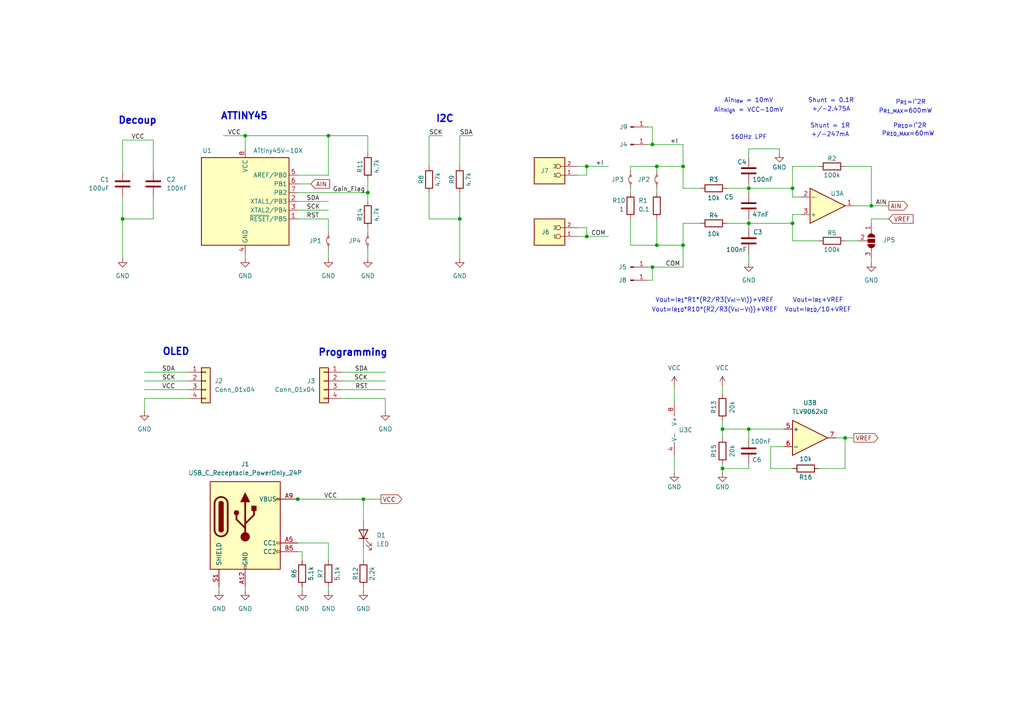
<source format=kicad_sch>
(kicad_sch (version 20231120) (generator "eeschema") (generator_version "8.0")
  (paper "A4")
  (lib_symbols
    (symbol "1990009:1990009" (pin_names (offset 1.016))
      (property "Reference" "J" (at -2.54 3.302 0))
      (property "Value" "1990009" (at -2.54 -7.62 0))
      (symbol "1990009_0_0"
        (rectangle (start -3.81 -5.08) (end 5.08 2.54) (stroke (width 0.254)) (fill (type background)))
        (circle (center -1.905 -2.54) (radius 0.635) (stroke (width 0.1524)))
        (circle (center -1.905 0) (radius 0.635) (stroke (width 0.1524)))
        (pin passive line (at -7.62 0 0) (length 5.08) (name "1") (number "1"))
        (pin passive line (at -7.62 -2.54 0) (length 5.08) (name "2") (number "2"))
      )
    )
    (symbol "Amplifier_Operational:TLV9062xD" (pin_names (offset 0.127))
      (property "Reference" "U" (at 2.54 6.35 0))
      (property "Value" "TLV9062xD" (at 2.54 3.81 0))
      (symbol "TLV9062xD_1_1"
        (polyline (pts (xy 5.08 0) (xy -5.08 5.08) (xy -5.08 -5.08) (xy 5.08 0)) (stroke (width 0.254)) (fill (type background)))
        (pin output line (at 7.62 0 180) (length 2.54) (name "~") (number "1"))
        (pin input line (at -7.62 -2.54 0) (length 2.54) (name "-") (number "2"))
        (pin input line (at -7.62 2.54 0) (length 2.54) (name "+") (number "3"))
      )
      (symbol "TLV9062xD_2_1"
        (polyline (pts (xy 5.08 0) (xy -5.08 5.08) (xy -5.08 -5.08) (xy 5.08 0)) (stroke (width 0.254)) (fill (type background)))
        (pin input line (at -7.62 2.54 0) (length 2.54) (name "+") (number "5"))
        (pin input line (at -7.62 -2.54 0) (length 2.54) (name "-") (number "6"))
        (pin output line (at 7.62 0 180) (length 2.54) (name "~") (number "7"))
      )
      (symbol "TLV9062xD_3_1"
        (pin power_in line (at 0 -7.62 90) (length 3.81) (name "V-") (number "4"))
        (pin power_in line (at 0 7.62 270) (length 3.81) (name "V+") (number "8"))
      )
    )
    (symbol "Connector:Conn_01x01_Pin" (pin_names (offset 1.016) hide)
      (property "Reference" "J" (at 0 2.54 0))
      (property "Value" "Conn_01x01_Pin" (at 0 -2.54 0))
      (symbol "Conn_01x01_Pin_1_1"
        (polyline (pts (xy 1.27 0) (xy 0.8636 0)) (stroke (width 0.1524)))
        (rectangle (start 0.8636 0.127) (end 0 -0.127) (stroke (width 0.1524)) (fill (type outline)))
        (pin passive line (at 5.08 0 180) (length 3.81) (name "Pin_1") (number "1"))
      )
    )
    (symbol "Connector:USB_C_Receptacle_PowerOnly_24P" (pin_names (offset 1.016))
      (property "Reference" "J" (at 0 16.51 0))
      (property "Value" "USB_C_Receptacle_PowerOnly_24P" (at 0 13.97 0))
      (symbol "USB_C_Receptacle_PowerOnly_24P_0_0"
        (rectangle (start -0.254 -12.7) (end 0.254 -11.684))
        (rectangle (start 10.16 -7.366) (end 9.144 -7.874))
        (rectangle (start 10.16 -4.826) (end 9.144 -5.334))
        (rectangle (start 10.16 7.874) (end 9.144 7.366))
      )
      (symbol "USB_C_Receptacle_PowerOnly_24P_0_1"
        (rectangle (start -10.16 12.7) (end 10.16 -12.7) (stroke (width 0.254)) (fill (type background)))
        (arc (start -8.89 -1.27) (mid -6.985 -3.1667) (end -5.08 -1.27) (stroke (width 0.508)))
        (arc (start -7.62 -1.27) (mid -6.985 -1.9023) (end -6.35 -1.27) (stroke (width 0.254)))
        (arc (start -7.62 -1.27) (mid -6.985 -1.9023) (end -6.35 -1.27) (stroke (width 0.254)) (fill (type outline)))
        (rectangle (start -7.62 -1.27) (end -6.35 6.35) (stroke (width 0.254)) (fill (type outline)))
        (arc (start -6.35 6.35) (mid -6.985 6.9823) (end -7.62 6.35) (stroke (width 0.254)))
        (arc (start -6.35 6.35) (mid -6.985 6.9823) (end -7.62 6.35) (stroke (width 0.254)) (fill (type outline)))
        (arc (start -5.08 6.35) (mid -6.985 8.2467) (end -8.89 6.35) (stroke (width 0.508)))
        (circle (center -2.54 3.683) (radius 0.635) (stroke (width 0.254)) (fill (type outline)))
        (circle (center 0 -3.302) (radius 1.27) (fill (type outline)))
        (polyline (pts (xy -8.89 -1.27) (xy -8.89 6.35)) (stroke (width 0.508)))
        (polyline (pts (xy -5.08 6.35) (xy -5.08 -1.27)) (stroke (width 0.508)))
        (polyline (pts (xy 0 -3.302) (xy 0 6.858)) (stroke (width 0.508)))
        (polyline (pts (xy 0 -0.762) (xy -2.54 1.778) (xy -2.54 3.048)) (stroke (width 0.508)))
        (polyline (pts (xy 0 0.508) (xy 2.54 3.048) (xy 2.54 4.318)) (stroke (width 0.508)))
        (polyline (pts (xy -1.27 6.858) (xy 0 9.398) (xy 1.27 6.858) (xy -1.27 6.858)) (stroke (width 0.254)) (fill (type outline)))
        (rectangle (start 1.905 4.318) (end 3.175 5.588) (stroke (width 0.254)) (fill (type outline)))
      )
      (symbol "USB_C_Receptacle_PowerOnly_24P_1_1"
        (pin passive line (at 0 -17.78 90) (length 5.08) hide (name "GND") (number "A1"))
        (pin power_in line (at 0 -17.78 90) (length 5.08) (name "GND") (number "A12"))
        (pin passive line (at 15.24 7.62 180) (length 5.08) hide (name "VBUS") (number "A4"))
        (pin bidirectional line (at 15.24 -5.08 180) (length 5.08) (name "CC1") (number "A5"))
        (pin power_in line (at 15.24 7.62 180) (length 5.08) (name "VBUS") (number "A9"))
        (pin passive line (at 0 -17.78 90) (length 5.08) hide (name "GND") (number "B1"))
        (pin passive line (at 0 -17.78 90) (length 5.08) hide (name "GND") (number "B12"))
        (pin passive line (at 15.24 7.62 180) (length 5.08) hide (name "VBUS") (number "B4"))
        (pin bidirectional line (at 15.24 -7.62 180) (length 5.08) (name "CC2") (number "B5"))
        (pin passive line (at 15.24 7.62 180) (length 5.08) hide (name "VBUS") (number "B9"))
        (pin passive line (at -7.62 -17.78 90) (length 5.08) (name "SHIELD") (number "S1"))
      )
    )
    (symbol "Connector_Generic:Conn_01x04" (pin_names (offset 1.016) hide)
      (property "Reference" "J" (at 0 5.08 0))
      (property "Value" "Conn_01x04" (at 0 -7.62 0))
      (symbol "Conn_01x04_1_1"
        (rectangle (start -1.27 -4.953) (end 0 -5.207) (stroke (width 0.1524)))
        (rectangle (start -1.27 -2.413) (end 0 -2.667) (stroke (width 0.1524)))
        (rectangle (start -1.27 0.127) (end 0 -0.127) (stroke (width 0.1524)))
        (rectangle (start -1.27 2.667) (end 0 2.413) (stroke (width 0.1524)))
        (rectangle (start -1.27 3.81) (end 1.27 -6.35) (stroke (width 0.254)) (fill (type background)))
        (pin passive line (at -5.08 2.54 0) (length 3.81) (name "Pin_1") (number "1"))
        (pin passive line (at -5.08 0 0) (length 3.81) (name "Pin_2") (number "2"))
        (pin passive line (at -5.08 -2.54 0) (length 3.81) (name "Pin_3") (number "3"))
        (pin passive line (at -5.08 -5.08 0) (length 3.81) (name "Pin_4") (number "4"))
      )
    )
    (symbol "Device:C" (pin_numbers hide) (pin_names (offset 0.254))
      (property "Reference" "C" (at 0.635 2.54 0))
      (property "Value" "C" (at 0.635 -2.54 0))
      (symbol "C_0_1"
        (polyline (pts (xy -2.032 -0.762) (xy 2.032 -0.762)) (stroke (width 0.508)))
        (polyline (pts (xy -2.032 0.762) (xy 2.032 0.762)) (stroke (width 0.508)))
      )
      (symbol "C_1_1"
        (pin passive line (at 0 3.81 270) (length 2.794) (name "~") (number "1"))
        (pin passive line (at 0 -3.81 90) (length 2.794) (name "~") (number "2"))
      )
    )
    (symbol "Device:LED" (pin_numbers hide) (pin_names (offset 1.016) hide)
      (property "Reference" "D" (at 0 2.54 0))
      (property "Value" "LED" (at 0 -2.54 0))
      (symbol "LED_0_1"
        (polyline (pts (xy -1.27 -1.27) (xy -1.27 1.27)) (stroke (width 0.254)))
        (polyline (pts (xy -1.27 0) (xy 1.27 0)))
        (polyline (pts (xy 1.27 -1.27) (xy 1.27 1.27) (xy -1.27 0) (xy 1.27 -1.27)) (stroke (width 0.254)))
        (polyline (pts (xy -3.048 -0.762) (xy -4.572 -2.286) (xy -3.81 -2.286) (xy -4.572 -2.286) (xy -4.572 -1.524)))
        (polyline (pts (xy -1.778 -0.762) (xy -3.302 -2.286) (xy -2.54 -2.286) (xy -3.302 -2.286) (xy -3.302 -1.524)))
      )
      (symbol "LED_1_1"
        (pin passive line (at -3.81 0 0) (length 2.54) (name "K") (number "1"))
        (pin passive line (at 3.81 0 180) (length 2.54) (name "A") (number "2"))
      )
    )
    (symbol "Device:R" (pin_numbers hide) (pin_names (offset 0))
      (property "Reference" "R" (at 2.032 0 90))
      (property "Value" "R" (at 0 0 90))
      (symbol "R_0_1"
        (rectangle (start -1.016 -2.54) (end 1.016 2.54) (stroke (width 0.254)))
      )
      (symbol "R_1_1"
        (pin passive line (at 0 3.81 270) (length 1.27) (name "~") (number "1"))
        (pin passive line (at 0 -3.81 90) (length 1.27) (name "~") (number "2"))
      )
    )
    (symbol "Jumper:Jumper_2_Small_Bridged" (pin_numbers hide) (pin_names (offset 0) hide) (exclude_from_sim yes)
      (property "Reference" "JP" (at 0 2.032 0))
      (property "Value" "Jumper_2_Small_Bridged" (at 0 -2.286 0))
      (symbol "Jumper_2_Small_Bridged_0_0"
        (circle (center -1.016 0) (radius 0.254))
        (circle (center 1.016 0) (radius 0.254))
      )
      (symbol "Jumper_2_Small_Bridged_0_1"
        (arc (start 0.762 0.254) (mid 0 0.5696) (end -0.762 0.254))
      )
      (symbol "Jumper_2_Small_Bridged_1_1"
        (pin passive line (at -2.54 0 0) (length 1.27) (name "A") (number "1"))
        (pin passive line (at 2.54 0 180) (length 1.27) (name "B") (number "2"))
      )
    )
    (symbol "Jumper:SolderJumper_3_Open" (pin_names (offset 0) hide) (exclude_from_sim yes) (in_bom no)
      (property "Reference" "JP" (at -2.54 -2.54 0))
      (property "Value" "SolderJumper_3_Open" (at 0 2.794 0))
      (symbol "SolderJumper_3_Open_0_1"
        (arc (start -1.016 1.016) (mid -2.0276 0) (end -1.016 -1.016))
        (arc (start -1.016 1.016) (mid -2.0276 0) (end -1.016 -1.016) (fill (type outline)))
        (rectangle (start -0.508 1.016) (end 0.508 -1.016) (fill (type outline)))
        (polyline (pts (xy -2.54 0) (xy -2.032 0)))
        (polyline (pts (xy -1.016 1.016) (xy -1.016 -1.016)))
        (polyline (pts (xy 0 -1.27) (xy 0 -1.016)))
        (polyline (pts (xy 1.016 1.016) (xy 1.016 -1.016)))
        (polyline (pts (xy 2.54 0) (xy 2.032 0)))
        (arc (start 1.016 -1.016) (mid 2.0276 0) (end 1.016 1.016))
        (arc (start 1.016 -1.016) (mid 2.0276 0) (end 1.016 1.016) (fill (type outline)))
      )
      (symbol "SolderJumper_3_Open_1_1"
        (pin passive line (at -5.08 0 0) (length 2.54) (name "A") (number "1"))
        (pin passive line (at 0 -3.81 90) (length 2.54) (name "C") (number "2"))
        (pin passive line (at 5.08 0 180) (length 2.54) (name "B") (number "3"))
      )
    )
    (symbol "MCU_Microchip_ATtiny:ATtiny45V-10X"
      (property "Reference" "U" (at -12.7 13.97 0))
      (property "Value" "ATtiny45V-10X" (at 2.54 -13.97 0))
      (symbol "ATtiny45V-10X_0_1"
        (rectangle (start -12.7 -12.7) (end 12.7 12.7) (stroke (width 0.254)) (fill (type background)))
      )
      (symbol "ATtiny45V-10X_1_1"
        (pin bidirectional line (at 15.24 -5.08 180) (length 2.54) (name "~{RESET}/PB5") (number "1"))
        (pin bidirectional line (at 15.24 0 180) (length 2.54) (name "XTAL1/PB3") (number "2"))
        (pin bidirectional line (at 15.24 -2.54 180) (length 2.54) (name "XTAL2/PB4") (number "3"))
        (pin power_in line (at 0 -15.24 90) (length 2.54) (name "GND") (number "4"))
        (pin bidirectional line (at 15.24 7.62 180) (length 2.54) (name "AREF/PB0") (number "5"))
        (pin bidirectional line (at 15.24 5.08 180) (length 2.54) (name "PB1") (number "6"))
        (pin bidirectional line (at 15.24 2.54 180) (length 2.54) (name "PB2") (number "7"))
        (pin power_in line (at 0 15.24 270) (length 2.54) (name "VCC") (number "8"))
      )
    )
    (symbol "power:GND" (power) (pin_numbers hide) (pin_names (offset 0) hide)
      (property "Value" "GND" (at 0 -3.81 0))
      (symbol "GND_0_1"
        (polyline (pts (xy 0 0) (xy 0 -1.27) (xy 1.27 -1.27) (xy 0 -2.54) (xy -1.27 -1.27) (xy 0 -1.27)))
      )
      (symbol "GND_1_1"
        (pin power_in line (at 0 0 270) (length 0) (name "~") (number "1"))
      )
    )
    (symbol "power:VCC" (power) (pin_numbers hide) (pin_names (offset 0) hide)
      (property "Value" "VCC" (at 0 3.556 0))
      (symbol "VCC_0_1"
        (polyline (pts (xy -0.762 1.27) (xy 0 2.54)))
        (polyline (pts (xy 0 0) (xy 0 2.54)))
        (polyline (pts (xy 0 2.54) (xy 0.762 1.27)))
      )
      (symbol "VCC_1_1"
        (pin power_in line (at 0 0 90) (length 0) (name "~") (number "1"))
      )
    )
  )
  (junction (at 209.55 124.46))
  (junction (at 217.17 124.46))
  (junction (at 95.25 39.37))
  (junction (at 217.17 54.61))
  (junction (at 170.18 68.58))
  (junction (at 105.41 144.78))
  (junction (at 86.36 144.78))
  (junction (at 229.87 54.61))
  (junction (at 35.56 63.5))
  (junction (at 252.73 59.69))
  (junction (at 217.17 64.77))
  (junction (at 106.68 55.88))
  (junction (at 198.12 71.12))
  (junction (at 71.12 39.37))
  (junction (at 189.23 41.91))
  (junction (at 170.18 48.26))
  (junction (at 189.23 77.47))
  (junction (at 245.11 127))
  (junction (at 190.5 48.26))
  (junction (at 209.55 135.89))
  (junction (at 229.87 64.77))
  (junction (at 198.12 48.26))
  (junction (at 190.5 71.12))
  (junction (at 133.35 63.5))
  (wire (pts (xy 229.87 48.26) (xy 237.49 48.26)))
  (wire (pts (xy 190.5 48.26) (xy 190.5 49.53)))
  (wire (pts (xy 41.91 110.49) (xy 54.61 110.49)))
  (wire (pts (xy 182.88 54.61) (xy 182.88 55.88)))
  (wire (pts (xy 252.73 48.26) (xy 252.73 59.69)))
  (wire (pts (xy 106.68 66.04) (xy 106.68 67.31)))
  (wire (pts (xy 170.18 66.04) (xy 170.18 68.58)))
  (wire (pts (xy 217.17 124.46) (xy 227.33 124.46)))
  (wire (pts (xy 217.17 54.61) (xy 217.17 55.88)))
  (wire (pts (xy 237.49 135.89) (xy 245.11 135.89)))
  (wire (pts (xy 189.23 77.47) (xy 198.12 77.47)))
  (wire (pts (xy 190.5 63.5) (xy 190.5 71.12)))
  (wire (pts (xy 189.23 77.47) (xy 189.23 81.28)))
  (wire (pts (xy 226.06 43.18) (xy 226.06 44.45)))
  (wire (pts (xy 106.68 39.37) (xy 106.68 44.45)))
  (wire (pts (xy 245.11 135.89) (xy 245.11 127)))
  (wire (pts (xy 209.55 135.89) (xy 217.17 135.89)))
  (wire (pts (xy 189.23 81.28) (xy 187.96 81.28)))
  (wire (pts (xy 64.77 39.37) (xy 71.12 39.37)))
  (wire (pts (xy 63.5 171.45) (xy 63.5 170.18)))
  (wire (pts (xy 86.36 50.8) (xy 95.25 50.8)))
  (wire (pts (xy 217.17 43.18) (xy 226.06 43.18)))
  (wire (pts (xy 35.56 63.5) (xy 44.45 63.5)))
  (wire (pts (xy 95.25 39.37) (xy 95.25 50.8)))
  (wire (pts (xy 247.65 59.69) (xy 252.73 59.69)))
  (wire (pts (xy 198.12 48.26) (xy 198.12 54.61)))
  (wire (pts (xy 35.56 63.5) (xy 35.56 74.93)))
  (wire (pts (xy 217.17 53.34) (xy 217.17 54.61)))
  (wire (pts (xy 198.12 64.77) (xy 203.2 64.77)))
  (wire (pts (xy 80.01 144.78) (xy 86.36 144.78)))
  (wire (pts (xy 86.36 55.88) (xy 106.68 55.88)))
  (wire (pts (xy 35.56 40.64) (xy 35.56 49.53)))
  (wire (pts (xy 133.35 39.37) (xy 137.16 39.37)))
  (wire (pts (xy 41.91 113.03) (xy 54.61 113.03)))
  (wire (pts (xy 190.5 54.61) (xy 190.5 55.88)))
  (wire (pts (xy 209.55 124.46) (xy 217.17 124.46)))
  (wire (pts (xy 86.36 60.96) (xy 95.25 60.96)))
  (wire (pts (xy 217.17 134.62) (xy 217.17 135.89)))
  (wire (pts (xy 229.87 62.23) (xy 232.41 62.23)))
  (wire (pts (xy 71.12 39.37) (xy 71.12 43.18)))
  (wire (pts (xy 106.68 72.39) (xy 106.68 74.93)))
  (wire (pts (xy 95.25 63.5) (xy 95.25 67.31)))
  (wire (pts (xy 223.52 135.89) (xy 229.87 135.89)))
  (wire (pts (xy 133.35 63.5) (xy 133.35 74.93)))
  (wire (pts (xy 86.36 157.48) (xy 95.25 157.48)))
  (wire (pts (xy 86.36 53.34) (xy 90.17 53.34)))
  (wire (pts (xy 189.23 36.83) (xy 187.96 36.83)))
  (wire (pts (xy 229.87 69.85) (xy 237.49 69.85)))
  (wire (pts (xy 95.25 170.18) (xy 95.25 171.45)))
  (wire (pts (xy 170.18 48.26) (xy 176.53 48.26)))
  (wire (pts (xy 41.91 115.57) (xy 41.91 119.38)))
  (wire (pts (xy 252.73 74.93) (xy 252.73 76.2)))
  (wire (pts (xy 87.63 160.02) (xy 87.63 162.56)))
  (wire (pts (xy 133.35 39.37) (xy 133.35 48.26)))
  (wire (pts (xy 198.12 64.77) (xy 198.12 71.12)))
  (wire (pts (xy 189.23 41.91) (xy 198.12 41.91)))
  (wire (pts (xy 198.12 77.47) (xy 198.12 71.12)))
  (wire (pts (xy 106.68 52.07) (xy 106.68 55.88)))
  (wire (pts (xy 210.82 64.77) (xy 217.17 64.77)))
  (wire (pts (xy 217.17 64.77) (xy 229.87 64.77)))
  (wire (pts (xy 86.36 160.02) (xy 87.63 160.02)))
  (wire (pts (xy 190.5 48.26) (xy 198.12 48.26)))
  (wire (pts (xy 229.87 57.15) (xy 232.41 57.15)))
  (wire (pts (xy 71.12 39.37) (xy 95.25 39.37)))
  (wire (pts (xy 189.23 77.47) (xy 187.96 77.47)))
  (wire (pts (xy 252.73 59.69) (xy 257.81 59.69)))
  (wire (pts (xy 105.41 158.75) (xy 105.41 162.56)))
  (wire (pts (xy 245.11 69.85) (xy 248.92 69.85)))
  (wire (pts (xy 229.87 64.77) (xy 229.87 62.23)))
  (wire (pts (xy 44.45 40.64) (xy 44.45 49.53)))
  (wire (pts (xy 106.68 55.88) (xy 106.68 58.42)))
  (wire (pts (xy 229.87 54.61) (xy 229.87 57.15)))
  (wire (pts (xy 95.25 39.37) (xy 106.68 39.37)))
  (wire (pts (xy 41.91 107.95) (xy 54.61 107.95)))
  (wire (pts (xy 71.12 171.45) (xy 71.12 170.18)))
  (wire (pts (xy 105.41 144.78) (xy 105.41 151.13)))
  (wire (pts (xy 217.17 124.46) (xy 217.17 127)))
  (wire (pts (xy 209.55 124.46) (xy 209.55 127)))
  (wire (pts (xy 167.64 50.8) (xy 170.18 50.8)))
  (wire (pts (xy 87.63 170.18) (xy 87.63 171.45)))
  (wire (pts (xy 209.55 134.62) (xy 209.55 135.89)))
  (wire (pts (xy 105.41 170.18) (xy 105.41 171.45)))
  (wire (pts (xy 217.17 45.72) (xy 217.17 43.18)))
  (wire (pts (xy 35.56 57.15) (xy 35.56 63.5)))
  (wire (pts (xy 245.11 127) (xy 247.65 127)))
  (wire (pts (xy 242.57 127) (xy 245.11 127)))
  (wire (pts (xy 124.46 55.88) (xy 124.46 63.5)))
  (wire (pts (xy 195.58 137.16) (xy 195.58 132.08)))
  (wire (pts (xy 124.46 63.5) (xy 133.35 63.5)))
  (wire (pts (xy 41.91 115.57) (xy 54.61 115.57)))
  (wire (pts (xy 190.5 71.12) (xy 198.12 71.12)))
  (wire (pts (xy 209.55 121.92) (xy 209.55 124.46)))
  (wire (pts (xy 35.56 40.64) (xy 44.45 40.64)))
  (wire (pts (xy 86.36 144.78) (xy 105.41 144.78)))
  (wire (pts (xy 86.36 58.42) (xy 95.25 58.42)))
  (wire (pts (xy 167.64 68.58) (xy 170.18 68.58)))
  (wire (pts (xy 182.88 71.12) (xy 190.5 71.12)))
  (wire (pts (xy 210.82 54.61) (xy 217.17 54.61)))
  (wire (pts (xy 124.46 39.37) (xy 128.27 39.37)))
  (wire (pts (xy 245.11 48.26) (xy 252.73 48.26)))
  (wire (pts (xy 217.17 54.61) (xy 229.87 54.61)))
  (wire (pts (xy 182.88 48.26) (xy 190.5 48.26)))
  (wire (pts (xy 189.23 41.91) (xy 189.23 36.83)))
  (wire (pts (xy 95.25 157.48) (xy 95.25 162.56)))
  (wire (pts (xy 227.33 129.54) (xy 223.52 129.54)))
  (wire (pts (xy 229.87 48.26) (xy 229.87 54.61)))
  (wire (pts (xy 198.12 54.61) (xy 203.2 54.61)))
  (wire (pts (xy 71.12 74.93) (xy 71.12 73.66)))
  (wire (pts (xy 217.17 66.04) (xy 217.17 64.77)))
  (wire (pts (xy 124.46 39.37) (xy 124.46 48.26)))
  (wire (pts (xy 252.73 63.5) (xy 257.81 63.5)))
  (wire (pts (xy 111.76 115.57) (xy 99.06 115.57)))
  (wire (pts (xy 252.73 64.77) (xy 252.73 63.5)))
  (wire (pts (xy 182.88 63.5) (xy 182.88 71.12)))
  (wire (pts (xy 229.87 69.85) (xy 229.87 64.77)))
  (wire (pts (xy 95.25 72.39) (xy 95.25 74.93)))
  (wire (pts (xy 182.88 48.26) (xy 182.88 49.53)))
  (wire (pts (xy 170.18 68.58) (xy 176.53 68.58)))
  (wire (pts (xy 167.64 66.04) (xy 170.18 66.04)))
  (wire (pts (xy 223.52 129.54) (xy 223.52 135.89)))
  (wire (pts (xy 187.96 41.91) (xy 189.23 41.91)))
  (wire (pts (xy 217.17 63.5) (xy 217.17 64.77)))
  (wire (pts (xy 111.76 115.57) (xy 111.76 119.38)))
  (wire (pts (xy 167.64 48.26) (xy 170.18 48.26)))
  (wire (pts (xy 111.76 107.95) (xy 99.06 107.95)))
  (wire (pts (xy 217.17 73.66) (xy 217.17 76.2)))
  (wire (pts (xy 86.36 63.5) (xy 95.25 63.5)))
  (wire (pts (xy 133.35 55.88) (xy 133.35 63.5)))
  (wire (pts (xy 105.41 144.78) (xy 110.49 144.78)))
  (wire (pts (xy 198.12 41.91) (xy 198.12 48.26)))
  (wire (pts (xy 111.76 113.03) (xy 99.06 113.03)))
  (wire (pts (xy 209.55 111.76) (xy 209.55 114.3)))
  (wire (pts (xy 111.76 110.49) (xy 99.06 110.49)))
  (wire (pts (xy 209.55 135.89) (xy 209.55 137.16)))
  (wire (pts (xy 170.18 50.8) (xy 170.18 48.26)))
  (wire (pts (xy 195.58 111.76) (xy 195.58 116.84)))
  (wire (pts (xy 44.45 57.15) (xy 44.45 63.5)))
  (text "Ain_{low} = 10mV\n\n" (at 217.17 30.226 0) (effects (font (size 1.27 1.27))))
  (text "ATTINY45" (at 70.866 33.782 0) (effects (font (size 2 2) (thickness 0.4) (bold yes))))
  (text "Programming" (at 102.362 102.362 0) (effects (font (size 2 2) (thickness 0.4) (bold yes))))
  (text "+/-247mA\n\n" (at 240.792 40.132 0) (effects (font (size 1.27 1.27))))
  (text "P_{R1}=I^2R" (at 264.16 29.718 0) (effects (font (size 1.27 1.27))))
  (text "P_{R10}=I^2R" (at 263.906 36.576 0) (effects (font (size 1.27 1.27))))
  (text "P_{R10}_{_MAX}=60mW\n" (at 263.398 38.862 0) (effects (font (size 1.27 1.27))))
  (text "P_{R1}_{_MAX}=600mW" (at 262.636 32.258 0) (effects (font (size 1.27 1.27))))
  (text "I2C" (at 129.032 34.544 0) (effects (font (size 2 2) (thickness 0.4) (bold yes))))
  (text "Vout=I_{R10}/10+VREF\n" (at 237.236 89.916 0) (effects (font (size 1.27 1.27))))
  (text "Shunt = 0.1R" (at 241.046 29.21 0) (effects (font (size 1.27 1.27))))
  (text "Vout=I_{R10}*R10*(R2/R3(V_{ni}-V_{i}))+VREF" (at 207.264 89.916 0) (effects (font (size 1.27 1.27))))
  (text "160Hz LPF" (at 217.17 39.878 0) (effects (font (size 1.27 1.27))))
  (text "Ain_{high} = VCC-10mV" (at 217.17 32.004 0) (effects (font (size 1.27 1.27))))
  (text "Shunt = 1R" (at 240.792 36.576 0) (effects (font (size 1.27 1.27))))
  (text "+/-2.475A\n\n" (at 241.046 32.766 0) (effects (font (size 1.27 1.27))))
  (text "Decoup\n" (at 39.878 35.052 0) (effects (font (size 2 2) (thickness 0.4) (bold yes))))
  (text "Vout=I_{R1}+VREF\n" (at 237.236 87.122 0) (effects (font (size 1.27 1.27))))
  (text "OLED" (at 51.054 102.108 0) (effects (font (size 2 2) (thickness 0.4) (bold yes))))
  (text "Vout=I_{R1}*R1*(R2/R3(V_{ni}-V_{i}))+VREF\n" (at 207.264 87.122 0) (effects (font (size 1.27 1.27))))
  (label "VCC" (at 66.04 39.37 0))
  (label "RST" (at 88.9 63.5 0))
  (label "SCK" (at 106.68 110.49 180))
  (label "VCC" (at 93.98 144.78 0))
  (label "SDA" (at 46.99 107.95 0))
  (label "SCK" (at 124.46 39.37 0))
  (label "COM" (at 193.04 77.47 0))
  (label "+I" (at 172.72 48.26 0))
  (label "SCK" (at 88.9 60.96 0))
  (label "SDA" (at 133.35 39.37 0))
  (label "VCC" (at 46.99 113.03 0))
  (label "COM" (at 171.45 68.58 0))
  (label "SCK" (at 46.99 110.49 0))
  (label "AIN" (at 254 59.69 0))
  (label "SDA" (at 88.9 58.42 0))
  (label "Gain_Flag" (at 96.52 55.88 0))
  (label "RST" (at 106.68 113.03 180))
  (label "SDA" (at 106.68 107.95 180))
  (label "VCC" (at 38.1 40.64 0))
  (label "+I" (at 194.31 41.91 0))
  (global_label "AIN" (shape input) (at 90.17 53.34 0) (property "Intersheetrefs" "${INTERSHEET_REFS}" (effects (hide yes))))
  (global_label "VREF" (shape input) (at 257.81 63.5 0) (property "Intersheetrefs" "${INTERSHEET_REFS}" (effects (hide yes))))
  (global_label "VREF" (shape output) (at 247.65 127 0) (property "Intersheetrefs" "${INTERSHEET_REFS}" (effects (hide yes))))
  (global_label "VCC" (shape output) (at 110.49 144.78 0) (property "Intersheetrefs" "${INTERSHEET_REFS}" (effects (hide yes))))
  (global_label "AIN" (shape output) (at 257.81 59.69 0) (property "Intersheetrefs" "${INTERSHEET_REFS}" (effects (hide yes))))
  (symbol (lib_id "power:GND") (at 106.68 74.93 0) (unit 1)
    (property "Reference" "#PWR015" (effects (hide yes)))
    (property "Value" "GND" (at 106.68 80.01 0))
    (property "Description" "Power symbol creates a global label with name \"GND\" , ground" (effects (hide yes)))
  )
  (symbol (lib_id "Device:R") (at 190.5 59.69 0) (unit 1)
    (property "Reference" "R1" (at 185.166 58.166 0) (effects (justify left)))
    (property "Value" "0.1" (at 185.166 60.706 0) (effects (justify left)))
    (property "Footprint" "Resistor_SMD:R_2512_6332Metric_Pad1.40x3.35mm_HandSolder" (effects (hide yes)))
    (property "Description" "Resistor" (effects (hide yes)))
  )
  (symbol (lib_id "Device:R") (at 241.3 69.85 270) (unit 1)
    (property "Reference" "R5" (at 241.3 67.564 90))
    (property "Value" "100k" (at 241.3 72.39 90))
    (property "Footprint" "Resistor_SMD:R_0805_2012Metric_Pad1.20x1.40mm_HandSolder" (effects (hide yes)))
    (property "Description" "Resistor" (effects (hide yes)))
  )
  (symbol (lib_id "power:GND") (at 35.56 74.93 0) (unit 1)
    (property "Reference" "#PWR07" (effects (hide yes)))
    (property "Value" "GND" (at 35.56 80.01 0))
    (property "Description" "Power symbol creates a global label with name \"GND\" , ground" (effects (hide yes)))
  )
  (symbol (lib_id "Device:R") (at 124.46 52.07 180) (unit 1)
    (property "Reference" "R8" (at 122.174 52.07 90))
    (property "Value" "4.7k" (at 127 52.07 90))
    (property "Footprint" "Resistor_SMD:R_0805_2012Metric_Pad1.20x1.40mm_HandSolder" (effects (hide yes)))
    (property "Description" "Resistor" (effects (hide yes)))
  )
  (symbol (lib_id "Jumper:Jumper_2_Small_Bridged") (at 95.25 69.85 90) (unit 1) (exclude_from_sim yes)
    (property "Reference" "JP1" (at 89.662 69.85 90) (effects (justify right)))
    (property "Value" "Jumper_2_Small_Bridged" (effects (hide yes)))
    (property "Footprint" "Jumper:SolderJumper-2_P1.3mm_Open_RoundedPad1.0x1.5mm" (effects (hide yes)))
    (property "Description" "Jumper, 2-pole, small symbol, bridged" (effects (hide yes)))
  )
  (symbol (lib_id "Connector:USB_C_Receptacle_PowerOnly_24P") (at 71.12 152.4 0) (unit 1)
    (property "Reference" "J1" (at 71.12 134.62 0))
    (property "Value" "USB_C_Receptacle_PowerOnly_24P" (at 71.12 137.16 0))
    (property "Footprint" "Connector_USB:USB_C_Receptacle_HCTL_HC-TYPE-C-16P-01A" (effects (hide yes)))
    (property "Datasheet" "https://www.usb.org/sites/default/files/documents/usb_type-c.zip" (effects (hide yes)))
    (property "Description" "USB Power-Only 24P Type-C Receptacle connector" (effects (hide yes)))
  )
  (symbol (lib_id "1990009:1990009") (at 160.02 68.58 180) (unit 1)
    (property "Reference" "J6" (at 158.242 67.31 0))
    (property "Value" "1990009" (effects (hide yes)))
    (property "Footprint" "components:PHOENIX_1990009" (effects (hide yes)))
    (property "PARTREV" "03.02.2023" (effects (hide yes)))
    (property "STANDARD" "Manufacturer Recommendations" (effects (hide yes)))
    (property "MAXIMUM_PACKAGE_HEIGHT" "13.1mm" (effects (hide yes)))
    (property "MANUFACTURER" "Phoenix Contact" (effects (hide yes)))
  )
  (symbol (lib_id "power:GND") (at 217.17 76.2 0) (unit 1)
    (property "Reference" "#PWR013" (effects (hide yes)))
    (property "Value" "GND" (at 217.17 81.28 0))
    (property "Description" "Power symbol creates a global label with name \"GND\" , ground" (effects (hide yes)))
  )
  (symbol (lib_id "Device:R") (at 106.68 62.23 180) (unit 1)
    (property "Reference" "R14" (at 104.394 62.23 90))
    (property "Value" "4.7k" (at 109.22 62.23 90))
    (property "Footprint" "Resistor_SMD:R_0805_2012Metric_Pad1.20x1.40mm_HandSolder" (effects (hide yes)))
    (property "Description" "Resistor" (effects (hide yes)))
  )
  (symbol (lib_id "Jumper:Jumper_2_Small_Bridged") (at 106.68 69.85 90) (unit 1) (exclude_from_sim yes)
    (property "Reference" "JP4" (at 101.092 69.85 90) (effects (justify right)))
    (property "Value" "Jumper_2_Small_Bridged" (effects (hide yes)))
    (property "Footprint" "Jumper:SolderJumper-2_P1.3mm_Open_RoundedPad1.0x1.5mm" (effects (hide yes)))
    (property "Description" "Jumper, 2-pole, small symbol, bridged" (effects (hide yes)))
  )
  (symbol (lib_id "Device:LED") (at 105.41 154.94 90) (unit 1)
    (property "Reference" "D1" (at 109.22 155.2574 90) (effects (justify right)))
    (property "Value" "LED" (at 109.22 157.7974 90) (effects (justify right)))
    (property "Footprint" "LED_SMD:LED_0805_2012Metric_Pad1.15x1.40mm_HandSolder" (effects (hide yes)))
    (property "Description" "Light emitting diode" (effects (hide yes)))
  )
  (symbol (lib_id "power:GND") (at 63.5 171.45 0) (unit 1)
    (property "Reference" "#PWR04" (effects (hide yes)))
    (property "Value" "GND" (at 63.5 176.53 0))
    (property "Description" "Power symbol creates a global label with name \"GND\" , ground" (effects (hide yes)))
  )
  (symbol (lib_id "power:GND") (at 71.12 171.45 0) (unit 1)
    (property "Reference" "#PWR03" (effects (hide yes)))
    (property "Value" "GND" (at 71.12 176.53 0))
    (property "Description" "Power symbol creates a global label with name \"GND\" , ground" (effects (hide yes)))
  )
  (symbol (lib_id "Device:R") (at 241.3 48.26 90) (unit 1)
    (property "Reference" "R2" (at 241.3 45.974 90))
    (property "Value" "100k" (at 241.3 50.8 90))
    (property "Footprint" "Resistor_SMD:R_0805_2012Metric_Pad1.20x1.40mm_HandSolder" (effects (hide yes)))
    (property "Description" "Resistor" (effects (hide yes)))
  )
  (symbol (lib_id "power:GND") (at 195.58 137.16 0) (unit 1)
    (property "Reference" "#PWR016" (effects (hide yes)))
    (property "Value" "GND" (at 195.58 141.224 0))
    (property "Description" "Power symbol creates a global label with name \"GND\" , ground" (effects (hide yes)))
  )
  (symbol (lib_id "Device:R") (at 233.68 135.89 270) (unit 1)
    (property "Reference" "R16" (at 233.68 138.43 90))
    (property "Value" "10k" (at 233.68 133.096 90))
    (property "Footprint" "Resistor_SMD:R_0805_2012Metric_Pad1.20x1.40mm_HandSolder" (effects (hide yes)))
    (property "Description" "Resistor" (effects (hide yes)))
  )
  (symbol (lib_id "Device:C") (at 44.45 53.34 0) (unit 1)
    (property "Reference" "C2" (at 48.26 52.0699 0) (effects (justify left)))
    (property "Value" "100nF" (at 48.26 54.6099 0) (effects (justify left)))
    (property "Footprint" "Capacitor_SMD:C_0603_1608Metric_Pad1.08x0.95mm_HandSolder" (effects (hide yes)))
    (property "Description" "Unpolarized capacitor" (effects (hide yes)))
  )
  (symbol (lib_id "Connector:Conn_01x01_Pin") (at 182.88 41.91 0) (unit 1)
    (property "Reference" "J4" (at 180.848 41.91 0))
    (property "Value" "Conn_01x01_Pin" (effects (hide yes)))
    (property "Footprint" "Connector_PinSocket_2.54mm:PinSocket_1x01_P2.54mm_Vertical" (effects (hide yes)))
    (property "Description" "Generic connector, single row, 01x01, script generated" (effects (hide yes)))
  )
  (symbol (lib_id "power:GND") (at 95.25 74.93 0) (unit 1)
    (property "Reference" "#PWR011" (effects (hide yes)))
    (property "Value" "GND" (at 95.25 80.01 0))
    (property "Description" "Power symbol creates a global label with name \"GND\" , ground" (effects (hide yes)))
  )
  (symbol (lib_id "power:GND") (at 95.25 171.45 0) (unit 1)
    (property "Reference" "#PWR06" (effects (hide yes)))
    (property "Value" "GND" (at 95.25 176.53 0))
    (property "Description" "Power symbol creates a global label with name \"GND\" , ground" (effects (hide yes)))
  )
  (symbol (lib_id "power:GND") (at 105.41 171.45 0) (unit 1)
    (property "Reference" "#PWR014" (effects (hide yes)))
    (property "Value" "GND" (at 105.41 176.53 0))
    (property "Description" "Power symbol creates a global label with name \"GND\" , ground" (effects (hide yes)))
  )
  (symbol (lib_id "Device:C") (at 217.17 59.69 0) (unit 1)
    (property "Reference" "C5" (at 210.058 57.15 0) (effects (justify left)))
    (property "Value" "47nF" (at 218.186 62.23 0) (effects (justify left)))
    (property "Footprint" "Capacitor_SMD:C_0603_1608Metric_Pad1.08x0.95mm_HandSolder" (effects (hide yes)))
    (property "Description" "Unpolarized capacitor" (effects (hide yes)))
  )
  (symbol (lib_id "Device:C") (at 35.56 53.34 0) (mirror y) (unit 1)
    (property "Reference" "C1" (at 31.75 52.0699 0) (effects (justify left)))
    (property "Value" "100uF" (at 31.75 54.6099 0) (effects (justify left)))
    (property "Footprint" "Capacitor_SMD:C_0805_2012Metric_Pad1.18x1.45mm_HandSolder" (effects (hide yes)))
    (property "Description" "Unpolarized capacitor" (effects (hide yes)))
  )
  (symbol (lib_id "Amplifier_Operational:TLV9062xD") (at 234.95 127 0) (unit 2)
    (property "Reference" "U3" (at 234.95 116.84 0))
    (property "Value" "TLV9062xD" (at 234.95 119.38 0))
    (property "Footprint" "Package_SO:SOIC-8_3.9x4.9mm_P1.27mm" (effects (hide yes)))
    (property "Datasheet" "https://www.ti.com/lit/ds/symlink/tlv9062.pdf" (effects (hide yes)))
    (property "Description" "Dual operational amplifier, 300 uV Offset, SOIC-8" (effects (hide yes)))
  )
  (symbol (lib_id "power:GND") (at 252.73 76.2 0) (unit 1)
    (property "Reference" "#PWR02" (effects (hide yes)))
    (property "Value" "GND" (at 252.73 81.28 0))
    (property "Description" "Power symbol creates a global label with name \"GND\" , ground" (effects (hide yes)))
  )
  (symbol (lib_id "Jumper:SolderJumper_3_Open") (at 252.73 69.85 270) (unit 1) (exclude_from_sim yes) (in_bom no)
    (property "Reference" "JP5" (at 256.032 69.596 90) (effects (justify left)))
    (property "Value" "SolderJumper_3_Open" (effects (hide yes)))
    (property "Footprint" "Jumper:SolderJumper-3_P1.3mm_Bridged12_RoundedPad1.0x1.5mm_NumberLabels" (effects (hide yes)))
    (property "Description" "Solder Jumper, 3-pole, open" (effects (hide yes)))
  )
  (symbol (lib_id "power:GND") (at 209.55 137.16 0) (unit 1)
    (property "Reference" "#PWR017" (effects (hide yes)))
    (property "Value" "GND" (at 209.55 141.224 0))
    (property "Description" "Power symbol creates a global label with name \"GND\" , ground" (effects (hide yes)))
  )
  (symbol (lib_id "power:VCC") (at 209.55 111.76 0) (unit 1)
    (property "Reference" "#PWR019" (effects (hide yes)))
    (property "Value" "VCC" (at 209.55 106.68 0))
    (property "Description" "Power symbol creates a global label with name \"VCC\"" (effects (hide yes)))
  )
  (symbol (lib_id "Amplifier_Operational:TLV9062xD") (at 240.03 59.69 0) (mirror x) (unit 1)
    (property "Reference" "U3" (at 242.824 56.134 0))
    (property "Value" "TLV9062xD" (effects (hide yes)))
    (property "Footprint" "Package_SO:SOIC-8_3.9x4.9mm_P1.27mm" (effects (hide yes)))
    (property "Datasheet" "https://www.ti.com/lit/ds/symlink/tlv9062.pdf" (effects (hide yes)))
    (property "Description" "Dual operational amplifier, 300 uV Offset, SOIC-8" (effects (hide yes)))
  )
  (symbol (lib_id "power:GND") (at 41.91 119.38 0) (unit 1)
    (property "Reference" "#PWR01" (effects (hide yes)))
    (property "Value" "GND" (at 41.91 124.46 0))
    (property "Description" "Power symbol creates a global label with name \"GND\" , ground" (effects (hide yes)))
  )
  (symbol (lib_id "MCU_Microchip_ATtiny:ATtiny45V-10X") (at 71.12 58.42 0) (unit 1)
    (property "Reference" "U1" (at 61.468 43.688 0) (effects (justify right)))
    (property "Value" "ATtiny45V-10X" (at 87.884 43.688 0) (effects (justify right)))
    (property "Footprint" "Package_SO:TSSOP-8_4.4x3mm_P0.65mm" (effects (hide yes)))
    (property "Datasheet" "http://ww1.microchip.com/downloads/en/DeviceDoc/atmel-2586-avr-8-bit-microcontroller-attiny25-attiny45-attiny85_datasheet.pdf" (effects (hide yes)))
    (property "Description" "10MHz, 4kB Flash, 256B SRAM, 256B EEPROM, debugWIRE, TSSOP-8" (effects (hide yes)))
  )
  (symbol (lib_id "power:GND") (at 226.06 44.45 0) (unit 1)
    (property "Reference" "#PWR09" (effects (hide yes)))
    (property "Value" "GND" (at 226.06 48.514 0))
    (property "Description" "Power symbol creates a global label with name \"GND\" , ground" (effects (hide yes)))
  )
  (symbol (lib_id "power:GND") (at 111.76 119.38 0) (mirror y) (unit 1)
    (property "Reference" "#PWR012" (effects (hide yes)))
    (property "Value" "GND" (at 111.76 124.46 0))
    (property "Description" "Power symbol creates a global label with name \"GND\" , ground" (effects (hide yes)))
  )
  (symbol (lib_id "Device:C") (at 217.17 130.81 0) (unit 1)
    (property "Reference" "C6" (at 218.186 133.35 0) (effects (justify left)))
    (property "Value" "100nF" (at 217.678 128.016 0) (effects (justify left)))
    (property "Footprint" "Capacitor_SMD:C_0603_1608Metric_Pad1.08x0.95mm_HandSolder" (effects (hide yes)))
    (property "Description" "Unpolarized capacitor" (effects (hide yes)))
  )
  (symbol (lib_id "Connector:Conn_01x01_Pin") (at 182.88 36.83 0) (unit 1)
    (property "Reference" "J9" (at 180.848 36.83 0))
    (property "Value" "Conn_01x01_Pin" (effects (hide yes)))
    (property "Footprint" "Connector_PinHeader_2.54mm:PinHeader_1x01_P2.54mm_Vertical" (effects (hide yes)))
    (property "Description" "Generic connector, single row, 01x01, script generated" (effects (hide yes)))
  )
  (symbol (lib_id "Device:C") (at 217.17 69.85 0) (unit 1)
    (property "Reference" "C3" (at 218.44 67.31 0) (effects (justify left)))
    (property "Value" "100nF" (at 210.566 72.39 0) (effects (justify left)))
    (property "Footprint" "Capacitor_SMD:C_0603_1608Metric_Pad1.08x0.95mm_HandSolder" (effects (hide yes)))
    (property "Description" "Unpolarized capacitor" (effects (hide yes)))
  )
  (symbol (lib_id "Device:R") (at 95.25 166.37 180) (unit 1)
    (property "Reference" "R7" (at 92.964 166.37 90))
    (property "Value" "5.1k" (at 97.79 166.37 90))
    (property "Footprint" "Resistor_SMD:R_0805_2012Metric_Pad1.20x1.40mm_HandSolder" (effects (hide yes)))
    (property "Description" "Resistor" (effects (hide yes)))
  )
  (symbol (lib_id "power:GND") (at 71.12 74.93 0) (unit 1)
    (property "Reference" "#PWR010" (effects (hide yes)))
    (property "Value" "GND" (at 71.12 80.01 0))
    (property "Description" "Power symbol creates a global label with name \"GND\" , ground" (effects (hide yes)))
  )
  (symbol (lib_id "Connector_Generic:Conn_01x04") (at 93.98 110.49 0) (mirror y) (unit 1)
    (property "Reference" "J3" (at 91.44 110.4899 0) (effects (justify left)))
    (property "Value" "Conn_01x04" (at 91.44 113.0299 0) (effects (justify left)))
    (property "Footprint" "Connector_PinSocket_2.54mm:PinSocket_1x04_P2.54mm_Vertical" (effects (hide yes)))
    (property "Description" "Generic connector, single row, 01x04, script generated (kicad-library-utils/schlib/autogen/connector/)" (effects (hide yes)))
  )
  (symbol (lib_id "Device:R") (at 133.35 52.07 180) (unit 1)
    (property "Reference" "R9" (at 131.064 52.07 90))
    (property "Value" "4.7k" (at 135.89 52.07 90))
    (property "Footprint" "Resistor_SMD:R_0805_2012Metric_Pad1.20x1.40mm_HandSolder" (effects (hide yes)))
    (property "Description" "Resistor" (effects (hide yes)))
  )
  (symbol (lib_id "Connector:Conn_01x01_Pin") (at 182.88 81.28 0) (unit 1)
    (property "Reference" "J8" (at 180.594 81.28 0))
    (property "Value" "Conn_01x01_Pin" (effects (hide yes)))
    (property "Footprint" "Connector_PinHeader_2.54mm:PinHeader_1x01_P2.54mm_Vertical" (effects (hide yes)))
    (property "Description" "Generic connector, single row, 01x01, script generated" (effects (hide yes)))
  )
  (symbol (lib_id "Device:R") (at 209.55 130.81 180) (unit 1)
    (property "Reference" "R15" (at 207.01 130.81 90))
    (property "Value" "20k" (at 212.344 130.81 90))
    (property "Footprint" "Resistor_SMD:R_0805_2012Metric_Pad1.20x1.40mm_HandSolder" (effects (hide yes)))
    (property "Description" "Resistor" (effects (hide yes)))
  )
  (symbol (lib_id "Device:R") (at 207.01 54.61 90) (unit 1)
    (property "Reference" "R3" (at 207.01 52.07 90))
    (property "Value" "10k" (at 207.01 57.404 90))
    (property "Footprint" "Resistor_SMD:R_0805_2012Metric_Pad1.20x1.40mm_HandSolder" (effects (hide yes)))
    (property "Description" "Resistor" (effects (hide yes)))
  )
  (symbol (lib_id "Device:R") (at 182.88 59.69 0) (unit 1)
    (property "Reference" "R10" (at 177.546 58.166 0) (effects (justify left)))
    (property "Value" "1" (at 179.578 60.706 0) (effects (justify left)))
    (property "Footprint" "Resistor_SMD:R_1206_3216Metric_Pad1.30x1.75mm_HandSolder" (effects (hide yes)))
    (property "Description" "Resistor" (effects (hide yes)))
  )
  (symbol (lib_id "Device:R") (at 207.01 64.77 90) (unit 1)
    (property "Reference" "R4" (at 207.01 62.484 90))
    (property "Value" "10k" (at 207.01 67.818 90))
    (property "Footprint" "Resistor_SMD:R_0805_2012Metric_Pad1.20x1.40mm_HandSolder" (effects (hide yes)))
    (property "Description" "Resistor" (effects (hide yes)))
  )
  (symbol (lib_id "power:GND") (at 87.63 171.45 0) (unit 1)
    (property "Reference" "#PWR05" (effects (hide yes)))
    (property "Value" "GND" (at 87.63 176.53 0))
    (property "Description" "Power symbol creates a global label with name \"GND\" , ground" (effects (hide yes)))
  )
  (symbol (lib_id "power:GND") (at 133.35 74.93 0) (unit 1)
    (property "Reference" "#PWR08" (effects (hide yes)))
    (property "Value" "GND" (at 133.35 80.01 0))
    (property "Description" "Power symbol creates a global label with name \"GND\" , ground" (effects (hide yes)))
  )
  (symbol (lib_id "Amplifier_Operational:TLV9062xD") (at 195.58 124.46 0) (unit 3)
    (property "Reference" "U3" (at 196.85 124.714 0) (effects (justify left)))
    (property "Value" "TLV9062xD" (effects (hide yes)))
    (property "Footprint" "Package_SO:SOIC-8_3.9x4.9mm_P1.27mm" (effects (hide yes)))
    (property "Datasheet" "https://www.ti.com/lit/ds/symlink/tlv9062.pdf" (effects (hide yes)))
    (property "Description" "Dual operational amplifier, 300 uV Offset, SOIC-8" (effects (hide yes)))
  )
  (symbol (lib_id "Device:R") (at 87.63 166.37 180) (unit 1)
    (property "Reference" "R6" (at 85.344 166.37 90))
    (property "Value" "5.1k" (at 90.17 166.37 90))
    (property "Footprint" "Resistor_SMD:R_0805_2012Metric_Pad1.20x1.40mm_HandSolder" (effects (hide yes)))
    (property "Description" "Resistor" (effects (hide yes)))
  )
  (symbol (lib_id "Jumper:Jumper_2_Small_Bridged") (at 190.5 52.07 90) (unit 1) (exclude_from_sim yes)
    (property "Reference" "JP2" (at 184.912 52.07 90) (effects (justify right)))
    (property "Value" "Jumper_2_Small_Bridged" (effects (hide yes)))
    (property "Footprint" "Jumper:SolderJumper-2_P1.3mm_Open_RoundedPad1.0x1.5mm" (effects (hide yes)))
    (property "Description" "Jumper, 2-pole, small symbol, bridged" (effects (hide yes)))
  )
  (symbol (lib_id "Device:R") (at 209.55 118.11 180) (unit 1)
    (property "Reference" "R13" (at 207.01 118.11 90))
    (property "Value" "20k" (at 212.344 118.11 90))
    (property "Footprint" "Resistor_SMD:R_0805_2012Metric_Pad1.20x1.40mm_HandSolder" (effects (hide yes)))
    (property "Description" "Resistor" (effects (hide yes)))
  )
  (symbol (lib_id "Connector:Conn_01x01_Pin") (at 182.88 77.47 0) (mirror x) (unit 1)
    (property "Reference" "J5" (at 180.594 77.47 0))
    (property "Value" "Conn_01x01_Pin" (effects (hide yes)))
    (property "Footprint" "Connector_PinSocket_2.54mm:PinSocket_1x01_P2.54mm_Vertical" (effects (hide yes)))
    (property "Description" "Generic connector, single row, 01x01, script generated" (effects (hide yes)))
  )
  (symbol (lib_id "Device:C") (at 217.17 49.53 0) (unit 1)
    (property "Reference" "C4" (at 213.868 46.99 0) (effects (justify left)))
    (property "Value" "100nF" (at 218.186 52.07 0) (effects (justify left)))
    (property "Footprint" "Capacitor_SMD:C_0603_1608Metric_Pad1.08x0.95mm_HandSolder" (effects (hide yes)))
    (property "Description" "Unpolarized capacitor" (effects (hide yes)))
  )
  (symbol (lib_id "Jumper:Jumper_2_Small_Bridged") (at 182.88 52.07 90) (unit 1) (exclude_from_sim yes)
    (property "Reference" "JP3" (at 177.292 52.07 90) (effects (justify right)))
    (property "Value" "Jumper_2_Small_Bridged" (effects (hide yes)))
    (property "Footprint" "Jumper:SolderJumper-2_P1.3mm_Open_RoundedPad1.0x1.5mm" (effects (hide yes)))
    (property "Description" "Jumper, 2-pole, small symbol, bridged" (effects (hide yes)))
  )
  (symbol (lib_id "Device:R") (at 106.68 48.26 180) (unit 1)
    (property "Reference" "R11" (at 104.394 48.26 90))
    (property "Value" "4.7k" (at 109.22 48.26 90))
    (property "Footprint" "Resistor_SMD:R_0805_2012Metric_Pad1.20x1.40mm_HandSolder" (effects (hide yes)))
    (property "Description" "Resistor" (effects (hide yes)))
  )
  (symbol (lib_id "power:VCC") (at 195.58 111.76 0) (unit 1)
    (property "Reference" "#PWR018" (effects (hide yes)))
    (property "Value" "VCC" (at 195.58 106.68 0))
    (property "Description" "Power symbol creates a global label with name \"VCC\"" (effects (hide yes)))
  )
  (symbol (lib_id "Device:R") (at 105.41 166.37 180) (unit 1)
    (property "Reference" "R12" (at 103.124 166.37 90))
    (property "Value" "2.2k" (at 107.95 166.37 90))
    (property "Footprint" "Resistor_SMD:R_0805_2012Metric_Pad1.20x1.40mm_HandSolder" (effects (hide yes)))
    (property "Description" "Resistor" (effects (hide yes)))
  )
  (symbol (lib_id "Connector_Generic:Conn_01x04") (at 59.69 110.49 0) (unit 1)
    (property "Reference" "J2" (at 62.23 110.4899 0) (effects (justify left)))
    (property "Value" "Conn_01x04" (at 62.23 113.0299 0) (effects (justify left)))
    (property "Footprint" "Connector_PinSocket_2.54mm:PinSocket_1x04_P2.54mm_Vertical" (effects (hide yes)))
    (property "Description" "Generic connector, single row, 01x04, script generated (kicad-library-utils/schlib/autogen/connector/)" (effects (hide yes)))
  )
  (symbol (lib_id "1990009:1990009") (at 160.02 50.8 180) (unit 1)
    (property "Reference" "J7" (at 157.988 49.53 0))
    (property "Value" "1990009" (effects (hide yes)))
    (property "Footprint" "components:PHOENIX_1990009" (effects (hide yes)))
    (property "PARTREV" "03.02.2023" (effects (hide yes)))
    (property "STANDARD" "Manufacturer Recommendations" (effects (hide yes)))
    (property "MAXIMUM_PACKAGE_HEIGHT" "13.1mm" (effects (hide yes)))
    (property "MANUFACTURER" "Phoenix Contact" (effects (hide yes)))
  )
)
</source>
